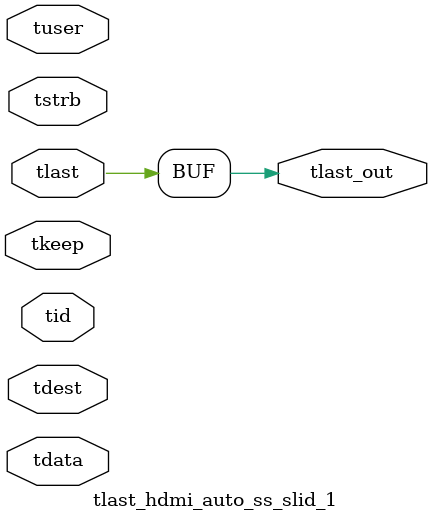
<source format=v>


`timescale 1ps/1ps

module tlast_hdmi_auto_ss_slid_1 #
(
parameter C_S_AXIS_TID_WIDTH   = 1,
parameter C_S_AXIS_TUSER_WIDTH = 0,
parameter C_S_AXIS_TDATA_WIDTH = 0,
parameter C_S_AXIS_TDEST_WIDTH = 0
)
(
input  [(C_S_AXIS_TID_WIDTH   == 0 ? 1 : C_S_AXIS_TID_WIDTH)-1:0       ] tid,
input  [(C_S_AXIS_TDATA_WIDTH == 0 ? 1 : C_S_AXIS_TDATA_WIDTH)-1:0     ] tdata,
input  [(C_S_AXIS_TUSER_WIDTH == 0 ? 1 : C_S_AXIS_TUSER_WIDTH)-1:0     ] tuser,
input  [(C_S_AXIS_TDEST_WIDTH == 0 ? 1 : C_S_AXIS_TDEST_WIDTH)-1:0     ] tdest,
input  [(C_S_AXIS_TDATA_WIDTH/8)-1:0 ] tkeep,
input  [(C_S_AXIS_TDATA_WIDTH/8)-1:0 ] tstrb,
input  [0:0]                                                             tlast,
output                                                                   tlast_out
);

assign tlast_out = {tlast};

endmodule


</source>
